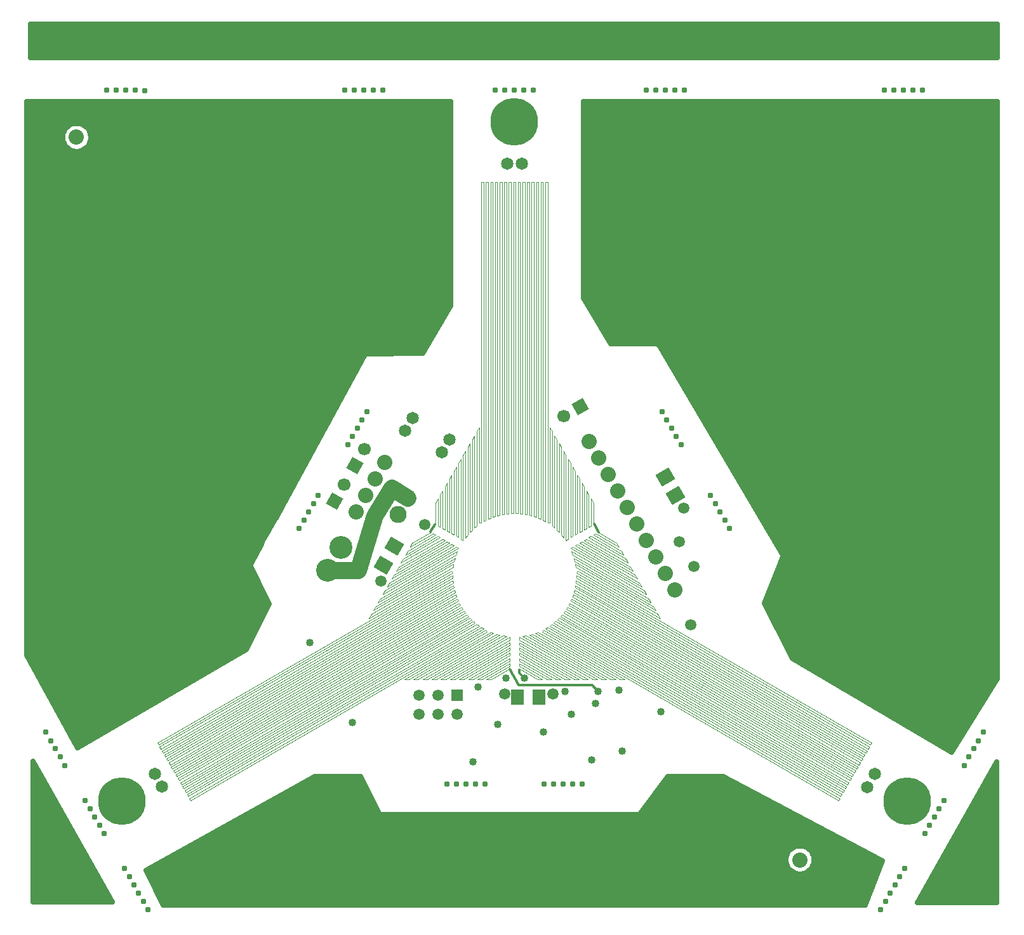
<source format=gbr>
G04 DipTrace 3.0.0.2*
G04 Inner2.gbr*
%MOIN*%
G04 #@! TF.FileFunction,Copper,L3,Inr*
G04 #@! TF.Part,Single*
%AMOUTLINE0*
4,1,4,
-0.05214,-0.010311,
-0.01714,0.050311,
0.05214,0.010311,
0.01714,-0.050311,
-0.05214,-0.010311,
0*%
%AMOUTLINE6*
4,1,4,
0.01714,0.050311,
0.05214,-0.010311,
-0.01714,-0.050311,
-0.05214,0.010311,
0.01714,0.050311,
0*%
%AMOUTLINE9*5,1,4,0,0,0.094653,-164.999604*%
%AMOUTLINE12*5,1,4,0,0,0.094653,-195.000396*%
G04 #@! TA.AperFunction,Conductor*
%ADD13C,0.012992*%
G04 #@! TA.AperFunction,ComponentPad*
%ADD16C,0.09*%
G04 #@! TA.AperFunction,CopperBalancing*
%ADD19C,0.025*%
G04 #@! TA.AperFunction,Nonconductor*
%ADD20C,0.004*%
G04 #@! TA.AperFunction,ComponentPad*
%ADD21C,0.12*%
%ADD27R,0.07X0.08*%
%ADD28C,0.066929*%
%ADD29R,0.059055X0.059055*%
%ADD30C,0.059055*%
%ADD31C,0.065*%
%ADD36C,0.08*%
%ADD37C,0.25*%
%ADD38C,0.031*%
G04 #@! TA.AperFunction,ViaPad*
%ADD39C,0.04*%
%ADD41C,0.059*%
G04 #@! TA.AperFunction,ComponentPad*
%ADD96OUTLINE0*%
%ADD102OUTLINE6*%
%ADD105OUTLINE9*%
%ADD108OUTLINE12*%
%FSLAX26Y26*%
G04*
G70*
G90*
G75*
G01*
G04 Inner2*
%LPD*%
X3442699Y1582072D2*
D13*
X3410961Y1613811D1*
X3024756D1*
X2980664Y1695617D1*
X2466256Y2568033D2*
Y2572119D1*
X2442699Y2595676D1*
D16*
X2360699Y2649072D1*
X2269699Y2505072D1*
X2181396Y2217469D1*
X2022400Y2217478D1*
X2584832Y2457930D2*
D13*
X2563058Y2420915D1*
X3421459Y2459709D2*
X3447043Y2418337D1*
X3057411Y1649322D2*
X3028268Y1678465D1*
Y1693865D1*
D39*
X3771699Y1473072D3*
X3057411Y1649322D3*
X2960474D3*
X3154699Y1368072D3*
X3428655Y1518143D3*
X2916199Y1405572D3*
X2784972Y1211925D3*
X2153789Y1418154D3*
X3567699Y1266072D3*
X3553642Y1586886D3*
X3301169Y1461899D3*
X3442699Y1582072D3*
D41*
X3204505Y1567266D3*
X2952143Y1566516D3*
X2531699Y2458072D3*
D39*
X1928812Y1836860D3*
X3409699Y1222072D3*
D41*
X3927699Y1932072D3*
X2303699Y2161823D3*
X3891199Y2543072D3*
X3869949Y2368322D3*
X3944950Y2237072D3*
D39*
X3269699Y1582072D3*
X2813299Y1603281D3*
X3366738Y4656576D2*
D19*
X5536762D1*
X3366738Y4631707D2*
X5536762D1*
X3366738Y4606839D2*
X5536762D1*
X3366738Y4581970D2*
X5536762D1*
X3366738Y4557101D2*
X5536762D1*
X3366738Y4532232D2*
X5536762D1*
X3366738Y4507364D2*
X5536762D1*
X3366738Y4482495D2*
X5536762D1*
X3366738Y4457626D2*
X5536762D1*
X3366738Y4432757D2*
X5536762D1*
X3366738Y4407888D2*
X5536762D1*
X3366738Y4383020D2*
X5536762D1*
X3366738Y4358151D2*
X5536762D1*
X3366738Y4333282D2*
X5536762D1*
X3366738Y4308413D2*
X5536762D1*
X3366738Y4283545D2*
X5536762D1*
X3366738Y4258676D2*
X5536762D1*
X3366738Y4233807D2*
X5536762D1*
X3366738Y4208938D2*
X5536762D1*
X3366738Y4184070D2*
X5536762D1*
X3366738Y4159201D2*
X5536762D1*
X3366738Y4134332D2*
X5536762D1*
X3366738Y4109463D2*
X5536762D1*
X3366738Y4084594D2*
X5536762D1*
X3366738Y4059726D2*
X5536762D1*
X3366738Y4034857D2*
X5536762D1*
X3366738Y4009988D2*
X5536762D1*
X3366738Y3985119D2*
X5536762D1*
X3366738Y3960251D2*
X5536762D1*
X3366738Y3935382D2*
X5536762D1*
X3366738Y3910513D2*
X5536762D1*
X3366738Y3885644D2*
X5536762D1*
X3366738Y3860776D2*
X5536762D1*
X3366738Y3835907D2*
X5536762D1*
X3366738Y3811038D2*
X5536762D1*
X3366738Y3786169D2*
X5536762D1*
X3366738Y3761301D2*
X5536762D1*
X3366738Y3736432D2*
X5536762D1*
X3366738Y3711563D2*
X5536762D1*
X3366738Y3686694D2*
X5536762D1*
X3366738Y3661825D2*
X5536762D1*
X3373012Y3636957D2*
X5536762D1*
X3387953Y3612088D2*
X5536762D1*
X3402846Y3587219D2*
X5536762D1*
X3417787Y3562350D2*
X5536762D1*
X3432680Y3537482D2*
X5536762D1*
X3447621Y3512613D2*
X5536762D1*
X3462514Y3487744D2*
X5536762D1*
X3477455Y3462875D2*
X5536762D1*
X3492396Y3438007D2*
X5536762D1*
X3507289Y3413138D2*
X5536762D1*
X3772133Y3388269D2*
X5536762D1*
X3786781Y3363400D2*
X5536762D1*
X3801479Y3338531D2*
X5536762D1*
X3816176Y3313663D2*
X5536762D1*
X3830873Y3288794D2*
X5536762D1*
X3845571Y3263925D2*
X5536762D1*
X3860268Y3239056D2*
X5536762D1*
X3874965Y3214188D2*
X5536762D1*
X3889663Y3189319D2*
X5536762D1*
X3904360Y3164450D2*
X5536762D1*
X3919056Y3139581D2*
X5536762D1*
X3933755Y3114713D2*
X5536762D1*
X3948451Y3089844D2*
X5536762D1*
X3963148Y3064975D2*
X5536762D1*
X3977846Y3040106D2*
X5536762D1*
X3992543Y3015238D2*
X5536762D1*
X4007240Y2990369D2*
X5536762D1*
X4021938Y2965500D2*
X5536762D1*
X4036635Y2940631D2*
X5536762D1*
X4051332Y2915762D2*
X5536762D1*
X4066029Y2890894D2*
X5536762D1*
X4080727Y2866025D2*
X5536762D1*
X4095424Y2841156D2*
X5536762D1*
X4110121Y2816287D2*
X5536762D1*
X4124819Y2791419D2*
X5536762D1*
X4139467Y2766550D2*
X5536762D1*
X4154164Y2741681D2*
X5536762D1*
X4168862Y2716812D2*
X5536762D1*
X4183559Y2691944D2*
X5536762D1*
X4198256Y2667075D2*
X5536762D1*
X4212953Y2642206D2*
X5536762D1*
X4227651Y2617337D2*
X5536762D1*
X4242348Y2592469D2*
X5536762D1*
X4257045Y2567600D2*
X5536762D1*
X4271743Y2542731D2*
X5536762D1*
X4286440Y2517862D2*
X5536762D1*
X4301136Y2492993D2*
X5536762D1*
X4315835Y2468125D2*
X5536762D1*
X4330531Y2443256D2*
X5536762D1*
X4345228Y2418387D2*
X5536762D1*
X4359927Y2393518D2*
X5536762D1*
X4374623Y2368650D2*
X5536762D1*
X4389320Y2343781D2*
X5536762D1*
X4404018Y2318912D2*
X5536762D1*
X4417739Y2294043D2*
X5536762D1*
X4407778Y2269175D2*
X5536762D1*
X4397865Y2244306D2*
X5536762D1*
X4387904Y2219437D2*
X5536762D1*
X4377944Y2194568D2*
X5536762D1*
X4367983Y2169699D2*
X5536762D1*
X4358071Y2144831D2*
X5536762D1*
X4348110Y2119962D2*
X5536762D1*
X4338148Y2095093D2*
X5536762D1*
X4328236Y2070224D2*
X5536762D1*
X4318276Y2045356D2*
X5536762D1*
X4329946Y2020487D2*
X5536762D1*
X4342396Y1995618D2*
X5536762D1*
X4354799Y1970749D2*
X5536762D1*
X4367251Y1945881D2*
X5536762D1*
X4379701Y1921012D2*
X5536762D1*
X4392104Y1896143D2*
X5536762D1*
X4404555Y1871274D2*
X5536762D1*
X4417007Y1846406D2*
X5536762D1*
X4429408Y1821537D2*
X5536762D1*
X4441860Y1796668D2*
X5536762D1*
X4454262Y1771799D2*
X5536762D1*
X4473793Y1746930D2*
X5536762D1*
X4516079Y1722062D2*
X5536762D1*
X4558364Y1697193D2*
X5536762D1*
X4600648Y1672324D2*
X5536762D1*
X4642934Y1647455D2*
X5536713D1*
X4685219Y1622587D2*
X5521136D1*
X4727455Y1597718D2*
X5505610D1*
X4769740Y1572849D2*
X5490083D1*
X4812026Y1547980D2*
X5474507D1*
X4854311Y1523112D2*
X5458979D1*
X4896596Y1498243D2*
X5443451D1*
X4938881Y1473374D2*
X5427875D1*
X4981117Y1448505D2*
X5412348D1*
X5023403Y1423636D2*
X5396820D1*
X5065688Y1398768D2*
X5381244D1*
X5107972Y1373899D2*
X5365717D1*
X5150259Y1349030D2*
X5350190D1*
X5192543Y1324161D2*
X5334613D1*
X5234780Y1299293D2*
X5319087D1*
X5277064Y1274424D2*
X5303559D1*
X5526738Y4681445D2*
X3364238D1*
Y3647412D1*
X3508841Y3406402D1*
X3753693Y3406291D1*
X3757412Y3405083D1*
X3760576Y3402783D1*
X3762499Y3400304D1*
X4413361Y2298542D1*
X4414213Y2294726D1*
X4413844Y2290832D1*
X4394774Y2242879D1*
X4315412Y2044474D1*
X4461262Y1752845D1*
X5297577Y1260894D1*
X5539252Y1647554D1*
X5539238Y4681445D1*
X5526738D1*
X445554Y4654550D2*
X2665579D1*
X445554Y4629682D2*
X2665579D1*
X445554Y4604813D2*
X2665579D1*
X445554Y4579944D2*
X2665579D1*
X445554Y4555075D2*
X665481D1*
X745628D2*
X2665579D1*
X445554Y4530207D2*
X640335D1*
X770773D2*
X2665579D1*
X445554Y4505338D2*
X630813D1*
X780296D2*
X2665579D1*
X445554Y4480469D2*
X630471D1*
X780637D2*
X2665579D1*
X445554Y4455600D2*
X639163D1*
X771945D2*
X2665579D1*
X445554Y4430731D2*
X662356D1*
X748752D2*
X2665579D1*
X445554Y4405863D2*
X2665579D1*
X445554Y4380994D2*
X2665579D1*
X445554Y4356125D2*
X2665579D1*
X445554Y4331256D2*
X2665579D1*
X445554Y4306388D2*
X2665579D1*
X445554Y4281519D2*
X2665579D1*
X445554Y4256650D2*
X2665579D1*
X445554Y4231781D2*
X2665579D1*
X445554Y4206913D2*
X2665579D1*
X445554Y4182044D2*
X2665579D1*
X445554Y4157175D2*
X2665579D1*
X445554Y4132306D2*
X2665579D1*
X445554Y4107437D2*
X2665579D1*
X445554Y4082569D2*
X2665579D1*
X445554Y4057700D2*
X2665579D1*
X445554Y4032831D2*
X2665579D1*
X445554Y4007962D2*
X2665579D1*
X445554Y3983094D2*
X2665579D1*
X445554Y3958225D2*
X2665579D1*
X445554Y3933356D2*
X2665579D1*
X445554Y3908487D2*
X2665579D1*
X445554Y3883619D2*
X2665579D1*
X445554Y3858750D2*
X2665579D1*
X445554Y3833881D2*
X2665579D1*
X445554Y3809012D2*
X2665579D1*
X445554Y3784144D2*
X2665579D1*
X445554Y3759275D2*
X2665579D1*
X445554Y3734406D2*
X2665579D1*
X445554Y3709537D2*
X2665579D1*
X445554Y3684668D2*
X2665579D1*
X445554Y3659800D2*
X2665579D1*
X445554Y3634931D2*
X2665579D1*
X445554Y3610062D2*
X2665579D1*
X445554Y3585193D2*
X2653079D1*
X445554Y3560325D2*
X2638723D1*
X445554Y3535456D2*
X2624368D1*
X445554Y3510587D2*
X2610012D1*
X445554Y3485718D2*
X2595656D1*
X445554Y3460850D2*
X2581301D1*
X445554Y3435981D2*
X2566945D1*
X445554Y3411112D2*
X2552591D1*
X445554Y3386243D2*
X2538235D1*
X445554Y3361375D2*
X2523880D1*
X445554Y3336506D2*
X2210843D1*
X445554Y3311637D2*
X2197317D1*
X445554Y3286768D2*
X2183743D1*
X445554Y3261899D2*
X2170168D1*
X445554Y3237031D2*
X2156595D1*
X445554Y3212162D2*
X2143020D1*
X445554Y3187293D2*
X2129495D1*
X445554Y3162424D2*
X2115920D1*
X445554Y3137556D2*
X2102345D1*
X445554Y3112687D2*
X2088772D1*
X445554Y3087818D2*
X2075197D1*
X445554Y3062949D2*
X2061672D1*
X445554Y3038081D2*
X2048097D1*
X445554Y3013212D2*
X2034524D1*
X445554Y2988343D2*
X2020949D1*
X445554Y2963474D2*
X2007376D1*
X445554Y2938605D2*
X1993849D1*
X445554Y2913737D2*
X1980276D1*
X445554Y2888868D2*
X1966701D1*
X445554Y2863999D2*
X1953128D1*
X445554Y2839130D2*
X1939553D1*
X445554Y2814262D2*
X1925979D1*
X445554Y2789393D2*
X1912453D1*
X445554Y2764524D2*
X1898880D1*
X445554Y2739655D2*
X1885305D1*
X445554Y2714787D2*
X1871731D1*
X445554Y2689918D2*
X1858156D1*
X445554Y2665049D2*
X1844632D1*
X445554Y2640180D2*
X1831057D1*
X445554Y2615312D2*
X1817483D1*
X445554Y2590443D2*
X1803908D1*
X445554Y2565574D2*
X1790335D1*
X445554Y2540705D2*
X1776809D1*
X445554Y2515836D2*
X1763235D1*
X445554Y2490968D2*
X1749368D1*
X445554Y2466099D2*
X1734231D1*
X445554Y2441230D2*
X1719876D1*
X445554Y2416361D2*
X1705520D1*
X445554Y2391493D2*
X1691164D1*
X445554Y2366624D2*
X1678664D1*
X445554Y2341755D2*
X1668264D1*
X445554Y2316886D2*
X1654689D1*
X445554Y2292018D2*
X1641164D1*
X445554Y2267149D2*
X1627591D1*
X445554Y2242280D2*
X1614016D1*
X445554Y2217411D2*
X1626320D1*
X445554Y2192542D2*
X1638772D1*
X445554Y2167674D2*
X1651223D1*
X445554Y2142805D2*
X1663625D1*
X445554Y2117936D2*
X1676076D1*
X445554Y2093067D2*
X1688528D1*
X445554Y2068199D2*
X1700929D1*
X445554Y2043330D2*
X1713381D1*
X445554Y2018461D2*
X1702345D1*
X445554Y1993592D2*
X1689895D1*
X445554Y1968724D2*
X1677492D1*
X445554Y1943855D2*
X1665041D1*
X445554Y1918986D2*
X1652591D1*
X445554Y1894117D2*
X1640188D1*
X445554Y1869249D2*
X1627736D1*
X445554Y1844380D2*
X1615285D1*
X445554Y1819511D2*
X1602883D1*
X445554Y1794642D2*
X1582912D1*
X445773Y1769773D2*
X1540285D1*
X459445Y1744905D2*
X1497659D1*
X473117Y1720036D2*
X1455032D1*
X486789Y1695167D2*
X1412404D1*
X500461Y1670298D2*
X1369777D1*
X514133Y1645430D2*
X1327101D1*
X527805Y1620561D2*
X1284475D1*
X541477Y1595692D2*
X1241848D1*
X555149Y1570823D2*
X1199221D1*
X568869Y1545955D2*
X1156595D1*
X582541Y1521086D2*
X1113967D1*
X596213Y1496217D2*
X1071340D1*
X609885Y1471348D2*
X1028713D1*
X623557Y1446479D2*
X986087D1*
X637229Y1421611D2*
X943411D1*
X650901Y1396742D2*
X900784D1*
X664572Y1371873D2*
X858156D1*
X678293Y1347004D2*
X815529D1*
X691965Y1322136D2*
X772903D1*
X705637Y1297267D2*
X730276D1*
X778827Y4486153D2*
X777024Y4474760D1*
X773460Y4463792D1*
X768223Y4453515D1*
X761444Y4444184D1*
X753289Y4436029D1*
X743958Y4429250D1*
X733681Y4424014D1*
X722713Y4420449D1*
X711320Y4418646D1*
X699788D1*
X688395Y4420449D1*
X677427Y4424014D1*
X667150Y4429250D1*
X657819Y4436029D1*
X649664Y4444184D1*
X642885Y4453515D1*
X637649Y4463792D1*
X634084Y4474760D1*
X632281Y4486153D1*
Y4497686D1*
X634084Y4509078D1*
X637649Y4520046D1*
X642885Y4530323D1*
X649664Y4539654D1*
X657819Y4547809D1*
X667150Y4554588D1*
X677427Y4559825D1*
X688395Y4563389D1*
X699788Y4565192D1*
X711320D1*
X722713Y4563389D1*
X733681Y4559825D1*
X743958Y4554588D1*
X753289Y4547809D1*
X761444Y4539654D1*
X768223Y4530323D1*
X773460Y4520046D1*
X777024Y4509078D1*
X778827Y4497686D1*
Y4486153D1*
X1699654Y2401919D2*
X1747261Y2484197D1*
X1752163Y2491365D1*
X1787179Y2555168D1*
X2220651Y3349548D1*
X2223494Y3352234D1*
X2227027Y3353911D1*
X2231024Y3354406D1*
X2363513Y3354419D1*
X2377185Y3356065D1*
X2397439Y3356909D1*
X2523817D1*
X2668053Y3606796D1*
X2668054Y4679419D1*
X443054D1*
Y1770092D1*
X710351Y1284136D1*
X1596070Y1800857D1*
X1716593Y2041948D1*
X1618637Y2238146D1*
X1618054Y2242014D1*
X1618696Y2245872D1*
X1625566Y2258878D1*
X1673147Y2346111D1*
X1675393Y2352758D1*
X1684008Y2373133D1*
X1693404Y2391094D1*
X1699654Y2401919D1*
X1913746Y1107912D2*
X2204986D1*
X3792897D2*
X4144147D1*
X1868972Y1083043D2*
X2217437D1*
X3774245D2*
X4191120D1*
X1824245Y1058174D2*
X2229840D1*
X3755592D2*
X4238092D1*
X1779469Y1033305D2*
X2242292D1*
X3736940D2*
X4285065D1*
X1734693Y1008437D2*
X2254742D1*
X3718288D2*
X4332037D1*
X1689918Y983568D2*
X2267145D1*
X3699636D2*
X4379010D1*
X1645192Y958699D2*
X2279596D1*
X3680983D2*
X4425983D1*
X1600416Y933830D2*
X2292048D1*
X3662330D2*
X4472956D1*
X1555641Y908962D2*
X4519928D1*
X1510865Y884093D2*
X4566901D1*
X1466090Y859224D2*
X4613873D1*
X1421364Y834355D2*
X4660846D1*
X1376588Y809487D2*
X4707818D1*
X1331813Y784618D2*
X4754792D1*
X1287037Y759749D2*
X4464996D1*
X4540553D2*
X4801764D1*
X1242311Y734880D2*
X4438336D1*
X4567213D2*
X4848737D1*
X1197536Y710012D2*
X4428277D1*
X4577272D2*
X4895758D1*
X1152760Y685143D2*
X4427496D1*
X4578053D2*
X4932769D1*
X1107985Y660274D2*
X4435650D1*
X4569899D2*
X4922809D1*
X1074196Y635405D2*
X4457624D1*
X4547926D2*
X4912848D1*
X1086598Y610536D2*
X4902936D1*
X1099049Y585668D2*
X4892975D1*
X1111500Y560799D2*
X4883014D1*
X1123902Y535930D2*
X4873053D1*
X1136353Y511061D2*
X4863141D1*
X1148805Y486193D2*
X4853180D1*
X1161208Y461324D2*
X4843220D1*
X4576048Y689514D2*
X4574245Y678122D1*
X4570680Y667153D1*
X4565444Y656876D1*
X4558664Y647546D1*
X4550510Y639391D1*
X4541179Y632611D1*
X4530902Y627375D1*
X4519933Y623811D1*
X4508541Y622008D1*
X4497008D1*
X4485616Y623811D1*
X4474647Y627375D1*
X4464370Y632611D1*
X4455040Y639391D1*
X4446885Y647546D1*
X4440105Y656876D1*
X4434869Y667153D1*
X4431305Y678122D1*
X4429502Y689514D1*
Y701047D1*
X4431305Y712439D1*
X4434869Y723408D1*
X4440105Y733685D1*
X4446885Y743015D1*
X4455040Y751170D1*
X4464370Y757950D1*
X4474647Y763186D1*
X4485616Y766750D1*
X4497008Y768553D1*
X4508541D1*
X4519933Y766750D1*
X4530902Y763186D1*
X4541179Y757950D1*
X4550510Y751170D1*
X4558664Y743015D1*
X4565444Y733685D1*
X4570680Y723408D1*
X4574245Y712439D1*
X4576048Y701047D1*
Y689514D1*
X1069305Y640170D2*
X1160521Y457740D1*
X4844327Y457781D1*
X4937008Y689522D1*
X4099649Y1132792D1*
X3808975Y1132781D1*
X3661478Y936308D1*
X3658280Y934057D1*
X3654542Y932907D1*
X3615275Y932781D1*
X2300819Y932934D1*
X2297100Y934143D1*
X2293936Y936442D1*
X2291469Y939971D1*
X2195028Y1132821D1*
X1955948Y1132781D1*
X1069279Y640151D1*
X477618Y1173856D2*
X494761D1*
X477618Y1148987D2*
X508776D1*
X477618Y1124118D2*
X522740D1*
X477618Y1099249D2*
X536753D1*
X477618Y1074381D2*
X550719D1*
X477618Y1049512D2*
X564732D1*
X477618Y1024643D2*
X578697D1*
X477618Y999774D2*
X592711D1*
X477618Y974906D2*
X606676D1*
X477618Y950037D2*
X620689D1*
X477618Y925168D2*
X634655D1*
X477618Y900299D2*
X648668D1*
X477618Y875430D2*
X662633D1*
X477618Y850562D2*
X676647D1*
X477618Y825693D2*
X690612D1*
X477618Y800824D2*
X704625D1*
X477618Y775955D2*
X718589D1*
X477618Y751087D2*
X732604D1*
X477618Y726218D2*
X746568D1*
X477618Y701349D2*
X760581D1*
X477618Y676480D2*
X774547D1*
X477618Y651612D2*
X788512D1*
X477618Y626743D2*
X802525D1*
X477618Y601874D2*
X816491D1*
X477618Y577005D2*
X830504D1*
X477618Y552136D2*
X844469D1*
X477618Y527268D2*
X858483D1*
X477618Y502399D2*
X872448D1*
X477618Y477530D2*
X886461D1*
X475118Y1213257D2*
Y473462D1*
X891281D1*
X475114Y1213249D1*
X5515497Y1170081D2*
X5532665D1*
X5501483Y1145213D2*
X5532665D1*
X5487518Y1120344D2*
X5532665D1*
X5473505Y1095475D2*
X5532665D1*
X5459539Y1070606D2*
X5532665D1*
X5445526Y1045738D2*
X5532665D1*
X5431562Y1020869D2*
X5532665D1*
X5417547Y996000D2*
X5532665D1*
X5403583Y971131D2*
X5532665D1*
X5389570Y946262D2*
X5532665D1*
X5375604Y921394D2*
X5532665D1*
X5361591Y896525D2*
X5532665D1*
X5347626Y871656D2*
X5532665D1*
X5333612Y846787D2*
X5532665D1*
X5319647Y821919D2*
X5532665D1*
X5305634Y797050D2*
X5532665D1*
X5291669Y772181D2*
X5532665D1*
X5277655Y747312D2*
X5532665D1*
X5263690Y722444D2*
X5532665D1*
X5249677Y697575D2*
X5532665D1*
X5235711Y672706D2*
X5532665D1*
X5221747Y647837D2*
X5532665D1*
X5207734Y622969D2*
X5532665D1*
X5193768Y598100D2*
X5532665D1*
X5179755Y573231D2*
X5532665D1*
X5165790Y548362D2*
X5532665D1*
X5151776Y523493D2*
X5532665D1*
X5137811Y498625D2*
X5532665D1*
X5123798Y473756D2*
X5532665D1*
X5535140Y482188D2*
Y1209483D1*
X5119000Y469663D1*
X5535140Y469688D1*
Y482188D1*
X465344Y5061126D2*
X5535369D1*
X465344Y5036257D2*
X5535369D1*
X465344Y5011388D2*
X5535369D1*
X465344Y4986520D2*
X5535369D1*
X465344Y4961651D2*
X5535369D1*
X465344Y4936782D2*
X5535369D1*
X465344Y4911913D2*
X5535369D1*
X462844Y5073495D2*
Y4910995D1*
X5537844D1*
Y5085995D1*
X462844D1*
Y5073495D1*
D96*
X2372449Y2343072D3*
X2315949Y2245211D3*
D102*
X3850726Y2610566D3*
X3794226Y2708427D3*
D27*
X3020644Y1549516D3*
X3133644D3*
D105*
X2166287Y2768012D3*
D28*
X2216287Y2854614D3*
D105*
X2059950Y2580572D3*
D28*
X2109950Y2667175D3*
D108*
X3347698Y3078071D3*
D28*
X3261096Y3028071D3*
D16*
X2392699Y2509072D3*
X2442699Y2595675D3*
D29*
X2703699Y1561823D3*
D30*
Y1461823D3*
X2603699Y1561823D3*
Y1461823D3*
X2503699Y1561823D3*
Y1461823D3*
D21*
X2091301Y2336816D3*
X2022400Y2217478D3*
D31*
X2468059Y3017323D3*
X2428689Y2949131D3*
X2661808Y2904823D3*
X2622438Y2836631D3*
X2964778Y4352857D3*
X3043518D3*
X1153762Y1079282D3*
X1114392Y1147474D3*
X4894633Y1146925D3*
X4855262Y1078734D3*
D36*
X3394699Y2894072D3*
X3444699Y2807470D3*
X3494699Y2720867D3*
X3544699Y2634265D3*
X3594699Y2547663D3*
X3644699Y2461060D3*
X3694699Y2374458D3*
X3744699Y2287856D3*
X3794699Y2201252D3*
X3844699Y2114650D3*
X2171199Y2525072D3*
X2221416Y2611549D3*
X2271416Y2698152D3*
X2321416Y2784755D3*
D37*
X3003699Y4574072D3*
X5065699Y1003072D3*
X942699D3*
D36*
X703699Y4493072D3*
X4503699Y693072D3*
D38*
X862699Y4739072D3*
X913199Y4739572D3*
X963199D3*
X1012699D3*
X1063199Y4738572D3*
X2112699Y4739072D3*
X2163699D3*
X2213199D3*
X2263199Y4739572D3*
X2312699D3*
X2903699D3*
X2953699D3*
X3003699D3*
X3053699D3*
X3103699D3*
X3694199Y4739072D3*
X3744199Y4739572D3*
X3795199D3*
X3844699D3*
X3895199Y4739072D3*
X4944699D3*
X4994699D3*
X5044699D3*
X5094699Y4740072D3*
X5145699Y4739072D3*
X5464699Y1365572D3*
X5439699Y1322072D3*
X5364699Y1192072D3*
X5389699Y1235572D3*
X5414699Y1279072D3*
X5258199Y1008072D3*
X5233199Y964572D3*
X5158199Y834572D3*
X5183199Y878072D3*
X5208199Y921572D3*
X5026199Y606572D3*
X5001199Y563072D3*
X4926199Y433072D3*
X4951199Y476572D3*
X4976199Y520072D3*
X5051199Y651072D3*
X1080699Y433072D3*
X1055699Y476572D3*
X1030699Y520072D3*
X955699Y650572D3*
X981199Y606572D3*
X1005699Y563072D3*
X849199Y834572D3*
X824199Y878072D3*
X799199Y921572D3*
X749199Y1007572D3*
X774199Y964572D3*
X642699Y1192072D3*
X617699Y1235572D3*
X592699Y1279072D3*
X543199Y1365572D3*
X567699Y1322072D3*
X3158699Y1094072D3*
X3208699D3*
X3258699D3*
X3308699D3*
X3358699D3*
X2648699Y1093572D3*
X2698699Y1094072D3*
X2748699D3*
X2798699D3*
X2848699D3*
X3778699Y3051572D3*
X3803699Y3008072D3*
X3828699Y2965072D3*
X3853699Y2921572D3*
X3879199Y2878072D3*
X4033699Y2609572D3*
X4058699Y2566572D3*
X4083699Y2523072D3*
X4108699Y2479572D3*
X4133699Y2436072D3*
X2228699Y3051572D3*
X2203199Y3008072D3*
X2178699Y2965072D3*
X2153699Y2921572D3*
X2128699Y2878072D3*
X1973699Y2609572D3*
X1948699Y2566072D3*
X1923699Y2523072D3*
X1898699Y2480072D3*
X1873699Y2436572D3*
X3009699Y2516264D2*
D20*
Y4256375D1*
X3021699Y2515820D2*
Y4256375D1*
X3033699Y2514930D2*
Y4256375D1*
X3045699Y2513593D2*
Y4256375D1*
X3057699Y2511799D2*
Y4256375D1*
X3069699Y2509543D2*
Y4256375D1*
X3081699Y2506815D2*
Y4256375D1*
X3093699Y2503601D2*
Y4256375D1*
X3105699Y2499888D2*
Y4256375D1*
X3117699Y2495656D2*
Y4256375D1*
X3129699Y2490885D2*
Y4256375D1*
X3141699Y2485546D2*
Y4256375D1*
X3153699Y2479609D2*
Y4256375D1*
X3165699Y2473035D2*
Y4256375D1*
X2997699Y2516264D2*
Y4256375D1*
X2985699Y2515820D2*
Y4256375D1*
X2973699Y2514930D2*
Y4256375D1*
X2961699Y2513593D2*
Y4256375D1*
X2949699Y2511799D2*
Y4256375D1*
X2937699Y2509543D2*
Y4256375D1*
X2925699Y2506815D2*
Y4256375D1*
X2913699Y2503601D2*
Y4256375D1*
X2901699Y2499888D2*
Y4256375D1*
X2889699Y2495656D2*
Y4256375D1*
X2877699Y2490885D2*
Y4256375D1*
X2865699Y2485546D2*
Y4256375D1*
X2853699Y2479609D2*
Y4256375D1*
X2841699Y2473035D2*
Y4256375D1*
X2829699Y2465781D2*
Y4256375D1*
X2841699D1*
X2853699D2*
X2865699D1*
X2877699D2*
X2889699D1*
X2901699D2*
X2913699D1*
X2925699D2*
X2937699D1*
X2949699D2*
X2961699D1*
X2973699D2*
X2985699D1*
X2997699D2*
X3009699D1*
X3021699D2*
X3033699D1*
X3045699D2*
X3057699D1*
X3069699D2*
X3081699D1*
X3093699D2*
X3105699D1*
X3117699D2*
X3129699D1*
X3141699D2*
X3153699D1*
X3165699D2*
X3177699D1*
X3165699Y2473035D2*
X3153699Y2479609D1*
X3141699Y2485546D2*
X3129699Y2490885D1*
X3117699Y2495656D2*
X3105699Y2499888D1*
X3093699Y2503601D2*
X3081699Y2506815D1*
X3069699Y2509543D2*
X3057699Y2511799D1*
X3045699Y2513593D2*
X3033699Y2514930D1*
X3021699Y2515820D2*
X3009699Y2516264D1*
X2997699D2*
X2985699Y2515820D1*
X2973699Y2514930D2*
X2961699Y2513593D1*
X2949699Y2511799D2*
X2937699Y2509543D1*
X2841699Y2473035D2*
X2853699Y2479609D1*
X2865699Y2485546D2*
X2877699Y2490885D1*
X2889699Y2495656D2*
X2901699Y2499888D1*
X2913699Y2503601D2*
X2925699Y2506815D1*
X2817699Y2465781D2*
Y2966937D1*
X2805699Y2448991D2*
Y2946152D1*
X2793699Y2439301D2*
Y2925367D1*
X2781699Y2428609D2*
Y2904583D1*
X2769699Y2416774D2*
Y2883798D1*
X2757699Y2403604D2*
Y2863014D1*
X2745699Y2388831D2*
Y2842230D1*
X2733699Y2375114D2*
Y2821445D1*
X2721699Y2382042D2*
Y2800660D1*
X2709699Y2388971D2*
Y2779875D1*
X2697699Y2395899D2*
Y2759091D1*
X2685699Y2402827D2*
Y2738306D1*
X2673699Y2409756D2*
Y2717521D1*
X2661699Y2416684D2*
Y2696738D1*
X2649699Y2423612D2*
Y2675953D1*
X2637699Y2430539D2*
Y2655168D1*
X2625699Y2437469D2*
Y2634383D1*
X2613699Y2444396D2*
Y2613598D1*
X2601699Y2451324D2*
Y2592814D1*
X2589699Y2458253D2*
Y2572029D1*
X2829699Y2465781D2*
X2817699D1*
Y2966937D2*
X2805699Y2946152D1*
X2793699Y2925367D2*
X2781699Y2904583D1*
X2769699Y2883798D2*
X2757699Y2863014D1*
X2745699Y2842230D2*
X2733699Y2821445D1*
X2721699Y2800660D2*
X2709699Y2779875D1*
X2697699Y2759091D2*
X2685699Y2738306D1*
X2673699Y2717521D2*
X2661699Y2696738D1*
X2649699Y2675953D2*
X2637699Y2655168D1*
X2625699Y2634383D2*
X2613699Y2613598D1*
X2601699Y2592814D2*
X2589699Y2572029D1*
X2733699Y2375114D2*
X2721699Y2382042D1*
X2709699Y2388971D2*
X2697699Y2395899D1*
X2685699Y2402827D2*
X2673699Y2409756D1*
X2661699Y2416684D2*
X2649699Y2423612D1*
X2637699Y2430539D2*
X2625699Y2437469D1*
X2613699Y2444396D2*
X2601699Y2451324D1*
X3177699Y2465781D2*
Y4256375D1*
X3189699Y2465781D2*
Y2966937D1*
X3201699Y2448991D2*
Y2946152D1*
X3213699Y2439301D2*
Y2925367D1*
X3225699Y2428609D2*
Y2904583D1*
X3237699Y2416774D2*
Y2883798D1*
X3249699Y2403604D2*
Y2863014D1*
X3261699Y2388831D2*
Y2842230D1*
X3273699Y2375114D2*
Y2821445D1*
X3285699Y2382042D2*
Y2800660D1*
X3297699Y2388971D2*
Y2779875D1*
X3309699Y2395899D2*
Y2759091D1*
X3321699Y2402827D2*
Y2738306D1*
X3333699Y2409756D2*
Y2717521D1*
X3345699Y2416684D2*
Y2696738D1*
X3357699Y2423612D2*
Y2675953D1*
X3369699Y2430539D2*
Y2655168D1*
X3381699Y2437469D2*
Y2634383D1*
X3393699Y2444396D2*
Y2613598D1*
X3405699Y2451324D2*
Y2592814D1*
X3417699Y2458253D2*
Y2571572D1*
X3177699Y2465781D2*
X3189699D1*
Y2966937D2*
X3201699Y2946152D1*
X3213699Y2925367D2*
X3225699Y2904583D1*
X3237699Y2883798D2*
X3249699Y2863014D1*
X3261699Y2842230D2*
X3273699Y2821445D1*
X3285699Y2800660D2*
X3297699Y2779875D1*
X3309699Y2759091D2*
X3321699Y2738306D1*
X3333699Y2717521D2*
X3345699Y2696738D1*
X3357699Y2675953D2*
X3369699Y2655168D1*
X3381699Y2634383D2*
X3393699Y2613598D1*
X3405699Y2592814D2*
X3417699Y2572029D1*
X3273699Y2375114D2*
X3285699Y2382042D1*
X3297699Y2388971D2*
X3309699Y2395899D1*
X3321699Y2402827D2*
X3333699Y2409756D1*
X3345699Y2416684D2*
X3357699Y2423612D1*
X3369699Y2430539D2*
X3381699Y2437469D1*
X3393699Y2444396D2*
X3405699Y2451324D1*
X2745699Y2388831D2*
X2757699Y2403604D1*
X2769699Y2416774D2*
X2781699Y2428609D1*
X2793699Y2439301D2*
X2805699Y2448991D1*
X3201699D2*
X3213699Y2439301D1*
X3225699Y2428609D2*
X3237699Y2416774D1*
X3249699Y2403604D2*
X3261699Y2388831D1*
X2719461Y2034340D2*
X1212480Y1164285D1*
X2713845Y2044954D2*
X1206480Y1174677D1*
X2708614Y2055791D2*
X1200480Y1185068D1*
X2703774Y2066852D2*
X1194480Y1195461D1*
X2699327Y2078142D2*
X1188480Y1205853D1*
X2695281Y2089661D2*
X1182480Y1216245D1*
X2691643Y2101419D2*
X1176480Y1226638D1*
X2688427Y2113417D2*
X1170480Y1237030D1*
X2685642Y2125667D2*
X1164480Y1247423D1*
X2683307Y2138175D2*
X1158480Y1257815D1*
X2681440Y2150953D2*
X1152480Y1268207D1*
X2680063Y2164014D2*
X1146480Y1278600D1*
X2679205Y2177375D2*
X1140480Y1288992D1*
X2678898Y2191054D2*
X1134480Y1299385D1*
X2725461Y2023948D2*
X1218480Y1153892D1*
X2731845Y2013777D2*
X1224480Y1143500D1*
X2738614Y2003829D2*
X1230480Y1133108D1*
X2745774Y1994106D2*
X1236480Y1122715D1*
X2753327Y1984610D2*
X1242480Y1112323D1*
X2761281Y1975346D2*
X1248480Y1101930D1*
X2769643Y1966318D2*
X1254480Y1091538D1*
X2778427Y1957533D2*
X1260480Y1081146D1*
X2787642Y1948997D2*
X1266480Y1070753D1*
X2797307Y1940720D2*
X1272480Y1060361D1*
X2807440Y1932714D2*
X1278480Y1049969D1*
X2818063Y1924991D2*
X1284480Y1039576D1*
X2829205Y1917567D2*
X1290480Y1029184D1*
X2840898Y1910462D2*
X1296480Y1018793D1*
X2853180Y1903697D2*
X1302480Y1008400D1*
X1296480Y1018793D1*
X1290480Y1029184D2*
X1284480Y1039576D1*
X1278480Y1049969D2*
X1272480Y1060361D1*
X1266480Y1070753D2*
X1260480Y1081146D1*
X1254480Y1091538D2*
X1248480Y1101930D1*
X1242480Y1112323D2*
X1236480Y1122715D1*
X1230480Y1133108D2*
X1224480Y1143500D1*
X1218480Y1153892D2*
X1212480Y1164285D1*
X1206480Y1174677D2*
X1200480Y1185068D1*
X1194480Y1195461D2*
X1188480Y1205853D1*
X1182480Y1216245D2*
X1176480Y1226638D1*
X1170480Y1237030D2*
X1164480Y1247423D1*
X1158480Y1257815D2*
X1152480Y1268207D1*
X1146480Y1278600D2*
X1140480Y1288992D1*
X1134480Y1299385D2*
X1128480Y1309777D1*
X2678898Y2191054D2*
X2679205Y2177375D1*
X2680063Y2164014D2*
X2681440Y2150953D1*
X2683307Y2138175D2*
X2685642Y2125667D1*
X2688427Y2113417D2*
X2691643Y2101419D1*
X2695281Y2089661D2*
X2699327Y2078142D1*
X2703774Y2066852D2*
X2708614Y2055791D1*
X2713845Y2044954D2*
X2719461Y2034340D1*
X2725461Y2023948D2*
X2731845Y2013777D1*
X2738614Y2003829D2*
X2745774Y1994106D1*
X2753327Y1984610D2*
X2761281Y1975346D1*
X2840898Y1910462D2*
X2829205Y1917567D1*
X2818063Y1924991D2*
X2807440Y1932714D1*
X2797307Y1940720D2*
X2787642Y1948997D1*
X2778427Y1957533D2*
X2769643Y1966318D1*
X2859180Y1893304D2*
X2425167Y1642726D1*
X2879720Y1891307D2*
X2449167Y1642726D1*
X2894113Y1885760D2*
X2473167Y1642726D1*
X2909371Y1880714D2*
X2497167Y1642726D1*
X2925621Y1876239D2*
X2521167Y1642726D1*
X2943028Y1872432D2*
X2545167Y1642726D1*
X2961822Y1869425D2*
X2569167Y1642726D1*
X2979699Y1865891D2*
X2593167Y1642726D1*
X2979699Y1852035D2*
X2617167Y1642726D1*
X2979699Y1838178D2*
X2641167Y1642726D1*
X2979699Y1824323D2*
X2665167Y1642726D1*
X2979699Y1810466D2*
X2689167Y1642726D1*
X2979699Y1796609D2*
X2713167Y1642726D1*
X2979699Y1782753D2*
X2737167Y1642726D1*
X2979699Y1768896D2*
X2761167Y1642726D1*
X2979699Y1755041D2*
X2785167Y1642726D1*
X2979699Y1741184D2*
X2809167Y1642726D1*
X2979699Y1727327D2*
X2833167Y1642726D1*
X2979699Y1713471D2*
X2857167Y1642726D1*
X2979699Y1699614D2*
X2881167Y1642726D1*
X2853180Y1903697D2*
X2859180Y1893304D1*
X2425167Y1642726D2*
X2449167D1*
X2473167D2*
X2497167D1*
X2521167D2*
X2545167D1*
X2569167D2*
X2593167D1*
X2617167D2*
X2641167D1*
X2665167D2*
X2689167D1*
X2713167D2*
X2737167D1*
X2761167D2*
X2785167D1*
X2809167D2*
X2833167D1*
X2857167D2*
X2881167D1*
X2979699Y1865891D2*
Y1852035D1*
Y1838178D2*
Y1824323D1*
Y1810466D2*
Y1796609D1*
Y1782753D2*
Y1768896D1*
Y1755041D2*
Y1741184D1*
Y1727327D2*
Y1713471D1*
X2679180Y2205073D2*
X1128480Y1309777D1*
X2673180Y2215466D2*
X2239167Y1964888D1*
X2681720Y2234253D2*
X2251167Y1985672D1*
X2684113Y2249491D2*
X2263167Y2006457D1*
X2687371Y2265228D2*
X2275167Y2027241D1*
X2691621Y2281538D2*
X2287167Y2048026D1*
X2697028Y2298516D2*
X2299167Y2068811D1*
X2703822Y2316295D2*
X2311167Y2089596D1*
X2709699Y2333545D2*
X2323167Y2110381D1*
X2697699Y2340474D2*
X2335167Y2131164D1*
X2685699Y2347402D2*
X2347167Y2151949D1*
X2673699Y2354329D2*
X2359167Y2172734D1*
X2661699Y2361259D2*
X2371167Y2193518D1*
X2649699Y2368186D2*
X2383167Y2214303D1*
X2637699Y2375114D2*
X2395167Y2235088D1*
X2625699Y2382042D2*
X2407167Y2255873D1*
X2613699Y2388971D2*
X2419167Y2276657D1*
X2601699Y2395899D2*
X2431167Y2297441D1*
X2589699Y2402827D2*
X2443167Y2318226D1*
X2577699Y2409756D2*
X2455167Y2339010D1*
X2565699Y2416684D2*
X2467167Y2359795D1*
X2679180Y2205073D2*
X2673180Y2215466D1*
X2239167Y1964888D2*
X2251167Y1985672D1*
X2263167Y2006457D2*
X2275167Y2027241D1*
X2287167Y2048026D2*
X2299167Y2068811D1*
X2311167Y2089596D2*
X2323167Y2110381D1*
X2335167Y2131164D2*
X2347167Y2151949D1*
X2359167Y2172734D2*
X2371167Y2193518D1*
X2383167Y2214303D2*
X2395167Y2235088D1*
X2407167Y2255873D2*
X2419167Y2276657D1*
X2431167Y2297441D2*
X2443167Y2318226D1*
X2455167Y2339010D2*
X2467167Y2359795D1*
X2709699Y2333545D2*
X2697699Y2340474D1*
X2685699Y2347402D2*
X2673699Y2354329D1*
X2661699Y2361259D2*
X2649699Y2368186D1*
X2637699Y2375114D2*
X2625699Y2382042D1*
X2613699Y2388971D2*
X2601699Y2395899D1*
X2589699Y2402827D2*
X2577699Y2409756D1*
X2961822Y1869425D2*
X2943028Y1872432D1*
X2925621Y1876239D2*
X2909371Y1880714D1*
X2894113Y1885760D2*
X2879720Y1891307D1*
X2681720Y2234253D2*
X2684113Y2249491D1*
X2687371Y2265228D2*
X2691621Y2281538D1*
X2697028Y2298516D2*
X2703822Y2316295D1*
X3281938Y2023948D2*
X4788919Y1153892D1*
X3275554Y2013777D2*
X4782919Y1143500D1*
X3268785Y2003829D2*
X4776919Y1133108D1*
X3261625Y1994106D2*
X4770919Y1122715D1*
X3254072Y1984610D2*
X4764919Y1112323D1*
X3246118Y1975346D2*
X4758919Y1101930D1*
X3237756Y1966318D2*
X4752919Y1091538D1*
X3228972Y1957533D2*
X4746919Y1081146D1*
X3219757Y1948997D2*
X4740919Y1070753D1*
X3210092Y1940720D2*
X4734919Y1060361D1*
X3199959Y1932714D2*
X4728919Y1049969D1*
X3189336Y1924991D2*
X4722919Y1039576D1*
X3178194Y1917567D2*
X4716919Y1029184D1*
X3166501Y1910462D2*
X4710919Y1018793D1*
X3287938Y2034340D2*
X4794919Y1164285D1*
X3293554Y2044954D2*
X4800919Y1174677D1*
X3298785Y2055791D2*
X4806919Y1185068D1*
X3303625Y2066852D2*
X4812919Y1195461D1*
X3308072Y2078142D2*
X4818919Y1205853D1*
X3312118Y2089661D2*
X4824919Y1216245D1*
X3315756Y2101419D2*
X4830919Y1226638D1*
X3318972Y2113417D2*
X4836919Y1237030D1*
X3321757Y2125667D2*
X4842919Y1247423D1*
X3324092Y2138175D2*
X4848919Y1257815D1*
X3325959Y2150953D2*
X4854919Y1268207D1*
X3327336Y2164014D2*
X4860919Y1278600D1*
X3328194Y2177375D2*
X4866919Y1288992D1*
X3328501Y2191054D2*
X4872919Y1299385D1*
X3328219Y2205073D2*
X4878919Y1309777D1*
X4872919Y1299385D1*
X4866919Y1288992D2*
X4860919Y1278600D1*
X4854919Y1268207D2*
X4848919Y1257815D1*
X4842919Y1247423D2*
X4836919Y1237030D1*
X4830919Y1226638D2*
X4824919Y1216245D1*
X4818919Y1205853D2*
X4812919Y1195461D1*
X4806919Y1185068D2*
X4800919Y1174677D1*
X4794919Y1164285D2*
X4788919Y1153892D1*
X4782919Y1143500D2*
X4776919Y1133108D1*
X4770919Y1122715D2*
X4764919Y1112323D1*
X4758919Y1101930D2*
X4752919Y1091538D1*
X4746919Y1081146D2*
X4740919Y1070753D1*
X4734919Y1060361D2*
X4728919Y1049969D1*
X4722919Y1039576D2*
X4716919Y1029184D1*
X4710919Y1018793D2*
X4704919Y1008400D1*
X3166501Y1910462D2*
X3178194Y1917567D1*
X3189336Y1924991D2*
X3199959Y1932714D1*
X3210092Y1940720D2*
X3219757Y1948997D1*
X3228972Y1957533D2*
X3237756Y1966318D1*
X3246118Y1975346D2*
X3254072Y1984610D1*
X3261625Y1994106D2*
X3268785Y2003829D1*
X3275554Y2013777D2*
X3281938Y2023948D1*
X3287938Y2034340D2*
X3293554Y2044954D1*
X3298785Y2055791D2*
X3303625Y2066852D1*
X3308072Y2078142D2*
X3312118Y2089661D1*
X3328501Y2191054D2*
X3328194Y2177375D1*
X3327336Y2164014D2*
X3325959Y2150953D1*
X3324092Y2138175D2*
X3321757Y2125667D1*
X3318972Y2113417D2*
X3315756Y2101419D1*
X3334219Y2215466D2*
X3768232Y1964888D1*
X3325678Y2234253D2*
X3756232Y1985672D1*
X3323286Y2249491D2*
X3744232Y2006457D1*
X3320028Y2265228D2*
X3732232Y2027241D1*
X3315778Y2281538D2*
X3720232Y2048026D1*
X3310371Y2298516D2*
X3708232Y2068811D1*
X3303577Y2316295D2*
X3696232Y2089596D1*
X3297699Y2333545D2*
X3684232Y2110381D1*
X3309699Y2340474D2*
X3672232Y2131164D1*
X3321699Y2347402D2*
X3660232Y2151949D1*
X3333699Y2354329D2*
X3648232Y2172734D1*
X3345699Y2361259D2*
X3636232Y2193518D1*
X3357699Y2368186D2*
X3624232Y2214303D1*
X3369699Y2375114D2*
X3612232Y2235088D1*
X3381699Y2382042D2*
X3600232Y2255873D1*
X3393699Y2388971D2*
X3588232Y2276657D1*
X3405699Y2395899D2*
X3576232Y2297441D1*
X3417699Y2402827D2*
X3564232Y2318226D1*
X3429699Y2409756D2*
X3552232Y2339010D1*
X3441699Y2416684D2*
X3540232Y2359795D1*
X3328219Y2205073D2*
X3334219Y2215466D1*
X3768232Y1964888D2*
X3756232Y1985672D1*
X3744232Y2006457D2*
X3732232Y2027241D1*
X3720232Y2048026D2*
X3708232Y2068811D1*
X3696232Y2089596D2*
X3684232Y2110381D1*
X3672232Y2131164D2*
X3660232Y2151949D1*
X3648232Y2172734D2*
X3636232Y2193518D1*
X3624232Y2214303D2*
X3612232Y2235088D1*
X3600232Y2255873D2*
X3588232Y2276657D1*
X3576232Y2297441D2*
X3564232Y2318226D1*
X3552232Y2339010D2*
X3540232Y2359795D1*
X3297699Y2333545D2*
X3309699Y2340474D1*
X3321699Y2347402D2*
X3333699Y2354329D1*
X3345699Y2361259D2*
X3357699Y2368186D1*
X3369699Y2375114D2*
X3381699Y2382042D1*
X3393699Y2388971D2*
X3405699Y2395899D1*
X3417699Y2402827D2*
X3429699Y2409756D1*
X3154219Y1903697D2*
X4704919Y1008400D1*
X3148219Y1893304D2*
X3582232Y1642726D1*
X3127678Y1891307D2*
X3558232Y1642726D1*
X3113286Y1885760D2*
X3534232Y1642726D1*
X3098028Y1880714D2*
X3510232Y1642726D1*
X3081778Y1876239D2*
X3486232Y1642726D1*
X3064371Y1872432D2*
X3462232Y1642726D1*
X3045577Y1869425D2*
X3438232Y1642726D1*
X3027699Y1865891D2*
X3414232Y1642726D1*
X3027699Y1852035D2*
X3390232Y1642726D1*
X3027699Y1838178D2*
X3366232Y1642726D1*
X3027699Y1824323D2*
X3342232Y1642726D1*
X3027699Y1810466D2*
X3318232Y1642726D1*
X3027699Y1796609D2*
X3294232Y1642726D1*
X3027699Y1782753D2*
X3270232Y1642726D1*
X3027699Y1768896D2*
X3246232Y1642726D1*
X3027699Y1755041D2*
X3222232Y1642726D1*
X3027699Y1741184D2*
X3198232Y1642726D1*
X3027699Y1727327D2*
X3174232Y1642726D1*
X3027699Y1713471D2*
X3150232Y1642726D1*
X3027699Y1699614D2*
X3126232Y1642726D1*
X3154219Y1903697D2*
X3148219Y1893304D1*
X3582232Y1642726D2*
X3558232D1*
X3534232D2*
X3510232D1*
X3486232D2*
X3462232D1*
X3438232D2*
X3414232D1*
X3390232D2*
X3366232D1*
X3342232D2*
X3318232D1*
X3294232D2*
X3270232D1*
X3246232D2*
X3222232D1*
X3198232D2*
X3174232D1*
X3150232D2*
X3126232D1*
X3027699Y1865891D2*
Y1852035D1*
Y1838178D2*
Y1824323D1*
Y1810466D2*
Y1796609D1*
Y1782753D2*
Y1768896D1*
Y1755041D2*
Y1741184D1*
Y1727327D2*
Y1713471D1*
X3303577Y2316295D2*
X3310371Y2298516D1*
X3315778Y2281538D2*
X3320028Y2265228D1*
X3323286Y2249491D2*
X3325678Y2234253D1*
X3127678Y1891307D2*
X3113286Y1885760D1*
X3098028Y1880714D2*
X3081778Y1876239D1*
X3064371Y1872432D2*
X3045577Y1869425D1*
M02*

</source>
